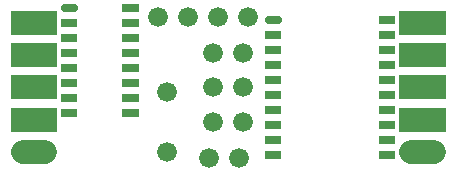
<source format=gbr>
G04 Title: (unknown), solder mask component side *
G04 Creator: pcb-bin 1.99p *
G04 CreationDate: Tue Aug 24 15:19:08 2004 UTC *
G04 For: marek *
G04 Format: Gerber/RS-274X *
G04 PCB-Dimensions: 145000 59000 *
G04 PCB-Coordinate-Origin: lower left *
%MOIN*%
%FSLAX24Y24*%
%IPPOS*%
%ADD11C,0.0150*%
%ADD12C,0.0600*%
%ADD13C,0.0800*%
%ADD14R,0.0600X0.0600*%
%ADD15R,0.0800X0.0800*%
%ADD16C,0.0080*%
%ADD17C,0.0660*%
%ADD18C,0.0100*%
%ADD19C,0.0200*%
%ADD20C,0.0500*%
%ADD21C,0.0260*%
%ADD22R,0.0200X0.0200*%
%ADD23R,0.0500X0.0500*%
%ADD24R,0.0260X0.0260*%
%ADD25R,0.0360X0.0360*%
%ADD26R,0.0560X0.0560*%
%ADD27R,0.0420X0.0420*%
%ADD28R,0.0480X0.0480*%
%ADD29R,0.0680X0.0680*%
%ADD30R,0.0540X0.0540*%
%ADD31C,0.0400*%
%LNGROUP_1*%
%LPD*%
G01X0Y0D02*
G54D13*X13350Y790D02*X14100D01*
G54D15*X13350Y2950D02*X14100D01*
X13350Y5110D02*X14100D01*
X13350Y1870D02*X14100D01*
X13350Y4030D02*X14100D01*
G54D13*X400Y790D02*X1150D01*
G54D15*X400Y2950D02*X1150D01*
X400Y5110D02*X1150D01*
X400Y1870D02*X1150D01*
X400Y4030D02*X1150D01*
G54D21*X8610Y5200D02*X8890D01*
G54D24*X8610Y4700D02*X8890D01*
X8610Y4200D02*X8890D01*
X8610Y3700D02*X8890D01*
X8610Y3200D02*X8890D01*
X8610Y2700D02*X8890D01*
X8610Y2200D02*X8890D01*
X8610Y1700D02*X8890D01*
X8610Y1200D02*X8890D01*
X8610Y700D02*X8890D01*
X12400D02*X12680D01*
X12400Y1200D02*X12680D01*
X12400Y1700D02*X12680D01*
X12400Y2200D02*X12680D01*
X12400Y2700D02*X12680D01*
X12400Y3200D02*X12680D01*
X12400Y3700D02*X12680D01*
X12400Y4200D02*X12680D01*
X12400Y4700D02*X12680D01*
X12400Y5200D02*X12680D01*
G54D21*X1810Y5600D02*X2090D01*
G54D24*X1810Y5100D02*X2090D01*
X1810Y4600D02*X2090D01*
X1810Y4100D02*X2090D01*
X1810Y3600D02*X2090D01*
X1810Y3100D02*X2090D01*
X1810Y2600D02*X2090D01*
X1810Y2100D02*X2090D01*
X3850D02*X4130D01*
X3850Y2600D02*X4130D01*
X3850Y3100D02*X4130D01*
X3850Y3600D02*X4130D01*
X3850Y4100D02*X4130D01*
X3850Y4600D02*X4130D01*
X3850Y5100D02*X4130D01*
X3850Y5600D02*X4130D01*
G54D17*X5200Y800D03*
Y2800D03*
X6750Y4100D03*
X7750D03*
X6750Y1800D03*
X7750D03*
Y2950D03*
X6750D03*
X7600Y600D03*
X6600D03*
X7900Y5300D03*
X6900D03*
X5900D03*
X4900D03*
M02*

</source>
